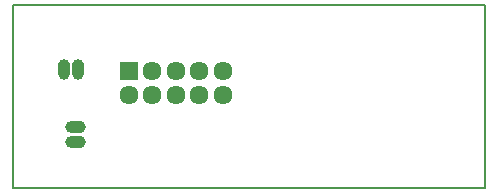
<source format=gbs>
G75*
%MOIN*%
%OFA0B0*%
%FSLAX25Y25*%
%IPPOS*%
%LPD*%
%AMOC8*
5,1,8,0,0,1.08239X$1,22.5*
%
%ADD10C,0.00600*%
%ADD11C,0.06343*%
%ADD12R,0.06343X0.06343*%
%ADD13R,0.03950X0.03950*%
%ADD14C,0.03950*%
D10*
X0032247Y0013642D02*
X0032247Y0074665D01*
X0189728Y0074665D01*
X0189728Y0013642D01*
X0032247Y0013642D01*
D11*
X0070866Y0044799D03*
X0078740Y0044799D03*
X0086615Y0044799D03*
X0094489Y0044799D03*
X0102363Y0044799D03*
X0102363Y0052673D03*
X0094489Y0052673D03*
X0086615Y0052673D03*
X0078740Y0052673D03*
D12*
X0070866Y0052673D03*
D13*
X0054109Y0053308D03*
X0049189Y0053310D03*
X0053310Y0033984D03*
X0053308Y0029064D03*
D14*
X0054783Y0029064D03*
X0051800Y0029064D03*
X0051802Y0033984D03*
X0054786Y0033984D03*
X0054109Y0051800D03*
X0049189Y0051802D03*
X0049189Y0054786D03*
X0054109Y0054783D03*
M02*

</source>
